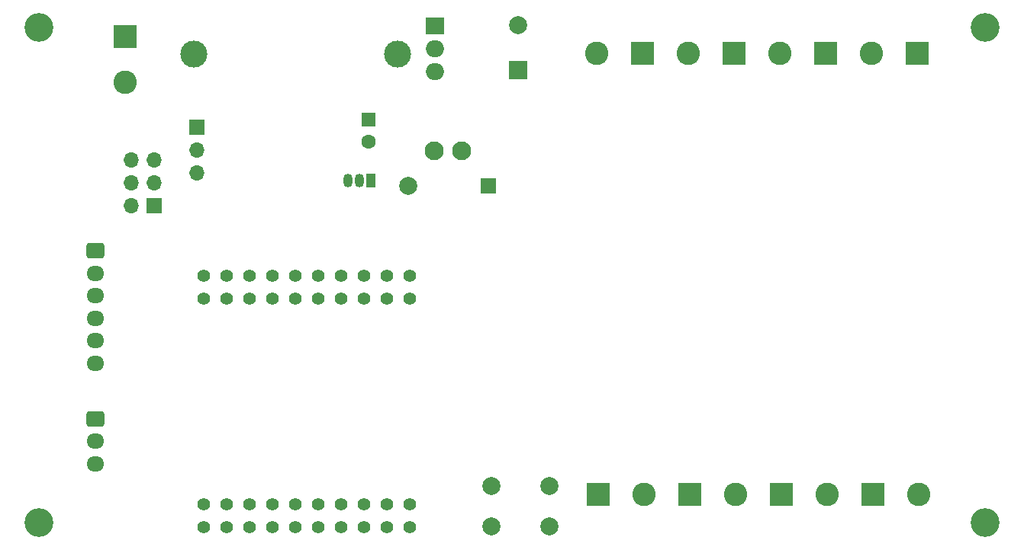
<source format=gbs>
G04 #@! TF.GenerationSoftware,KiCad,Pcbnew,6.0.1-79c1e3a40b~116~ubuntu20.04.1*
G04 #@! TF.CreationDate,2022-02-07T23:27:11+01:00*
G04 #@! TF.ProjectId,CC dimmer low voltage,43432064-696d-46d6-9572-206c6f772076,0.996*
G04 #@! TF.SameCoordinates,Original*
G04 #@! TF.FileFunction,Soldermask,Bot*
G04 #@! TF.FilePolarity,Negative*
%FSLAX46Y46*%
G04 Gerber Fmt 4.6, Leading zero omitted, Abs format (unit mm)*
G04 Created by KiCad (PCBNEW 6.0.1-79c1e3a40b~116~ubuntu20.04.1) date 2022-02-07 23:27:11*
%MOMM*%
%LPD*%
G01*
G04 APERTURE LIST*
G04 Aperture macros list*
%AMRoundRect*
0 Rectangle with rounded corners*
0 $1 Rounding radius*
0 $2 $3 $4 $5 $6 $7 $8 $9 X,Y pos of 4 corners*
0 Add a 4 corners polygon primitive as box body*
4,1,4,$2,$3,$4,$5,$6,$7,$8,$9,$2,$3,0*
0 Add four circle primitives for the rounded corners*
1,1,$1+$1,$2,$3*
1,1,$1+$1,$4,$5*
1,1,$1+$1,$6,$7*
1,1,$1+$1,$8,$9*
0 Add four rect primitives between the rounded corners*
20,1,$1+$1,$2,$3,$4,$5,0*
20,1,$1+$1,$4,$5,$6,$7,0*
20,1,$1+$1,$6,$7,$8,$9,0*
20,1,$1+$1,$8,$9,$2,$3,0*%
G04 Aperture macros list end*
%ADD10C,3.200000*%
%ADD11R,2.600000X2.600000*%
%ADD12C,2.600000*%
%ADD13R,1.050000X1.500000*%
%ADD14O,1.050000X1.500000*%
%ADD15R,2.000000X1.905000*%
%ADD16O,2.000000X1.905000*%
%ADD17C,3.000000*%
%ADD18R,2.000000X2.000000*%
%ADD19C,2.000000*%
%ADD20R,1.600000X1.600000*%
%ADD21C,1.600000*%
%ADD22C,1.400000*%
%ADD23R,1.700000X1.700000*%
%ADD24O,1.700000X1.700000*%
%ADD25RoundRect,0.250000X-0.725000X0.600000X-0.725000X-0.600000X0.725000X-0.600000X0.725000X0.600000X0*%
%ADD26O,1.950000X1.700000*%
%ADD27C,2.100000*%
G04 APERTURE END LIST*
D10*
X207470000Y-62580000D03*
X102470000Y-117580000D03*
X207470000Y-117580000D03*
D11*
X169452000Y-65467000D03*
D12*
X164372000Y-65467000D03*
D11*
X179602000Y-65465000D03*
D12*
X174522000Y-65465000D03*
D11*
X164532000Y-114415000D03*
D12*
X169612000Y-114415000D03*
D11*
X174712000Y-114415000D03*
D12*
X179792000Y-114415000D03*
D11*
X184882000Y-114415000D03*
D12*
X189962000Y-114415000D03*
D11*
X195052000Y-114415000D03*
D12*
X200132000Y-114415000D03*
D11*
X189752000Y-65455000D03*
D12*
X184672000Y-65455000D03*
D13*
X139352000Y-79545000D03*
D14*
X138082000Y-79545000D03*
X136812000Y-79545000D03*
D11*
X199902000Y-65445000D03*
D12*
X194822000Y-65445000D03*
D15*
X146447000Y-62405000D03*
D16*
X146447000Y-64945000D03*
X146447000Y-67485000D03*
D17*
X142292000Y-65545000D03*
X119692000Y-65545000D03*
D18*
X155640000Y-67317677D03*
D19*
X155640000Y-62317677D03*
D10*
X102490000Y-62580000D03*
D20*
X139032000Y-72762621D03*
D21*
X139032000Y-75262621D03*
D22*
X120792000Y-118115000D03*
X120792000Y-115575000D03*
X123332000Y-118115000D03*
X123332000Y-115575000D03*
X125872000Y-118115000D03*
X125872000Y-115575000D03*
X128412000Y-118115000D03*
X128412000Y-115575000D03*
X130952000Y-118115000D03*
X130952000Y-115575000D03*
X133492000Y-118115000D03*
X133492000Y-115575000D03*
X136032000Y-118115000D03*
X136032000Y-115575000D03*
X138572000Y-118115000D03*
X138572000Y-115575000D03*
X141112000Y-118115000D03*
X141112000Y-115575000D03*
X143652000Y-118115000D03*
X143652000Y-115575000D03*
X120792000Y-92715000D03*
X120792000Y-90175000D03*
X123332000Y-92715000D03*
X123332000Y-90175000D03*
X125872000Y-92715000D03*
X125872000Y-90175000D03*
X128412000Y-92715000D03*
X128412000Y-90175000D03*
X130952000Y-92715000D03*
X130952000Y-90175000D03*
X133492000Y-92715000D03*
X133492000Y-90175000D03*
X136032000Y-92715000D03*
X136032000Y-90175000D03*
X138572000Y-92715000D03*
X138572000Y-90175000D03*
X141112000Y-92715000D03*
X141112000Y-90175000D03*
X143652000Y-92715000D03*
X143652000Y-90175000D03*
D11*
X112057000Y-63580000D03*
D12*
X112057000Y-68660000D03*
D23*
X115262000Y-82405000D03*
D24*
X112722000Y-82405000D03*
X115262000Y-79865000D03*
X112722000Y-79865000D03*
X115262000Y-77325000D03*
X112722000Y-77325000D03*
D25*
X108722000Y-87365000D03*
D26*
X108722000Y-89865000D03*
X108722000Y-92365000D03*
X108722000Y-94865000D03*
X108722000Y-97365000D03*
X108722000Y-99865000D03*
D25*
X108712000Y-106035000D03*
D26*
X108712000Y-108535000D03*
X108712000Y-111035000D03*
D23*
X119982000Y-73635000D03*
D24*
X119982000Y-76175000D03*
X119982000Y-78715000D03*
D23*
X152334250Y-80148500D03*
X152334250Y-80148500D03*
D19*
X143482250Y-80148500D03*
X143482250Y-80148500D03*
D27*
X149365250Y-76299500D03*
X146317250Y-76299500D03*
D19*
X152652000Y-117995000D03*
X159152000Y-117995000D03*
X159152000Y-113495000D03*
X152652000Y-113495000D03*
M02*

</source>
